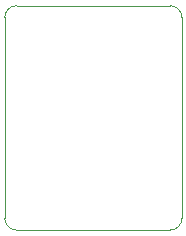
<source format=gbr>
G04 #@! TF.GenerationSoftware,KiCad,Pcbnew,5.99.0-unknown-c3175b4~86~ubuntu16.04.1*
G04 #@! TF.CreationDate,2020-03-16T03:04:43+00:00*
G04 #@! TF.ProjectId,kuiick,6b756969-636b-42e6-9b69-6361645f7063,rev?*
G04 #@! TF.SameCoordinates,Original*
G04 #@! TF.FileFunction,Profile,NP*
%FSLAX46Y46*%
G04 Gerber Fmt 4.6, Leading zero omitted, Abs format (unit mm)*
G04 Created by KiCad (PCBNEW 5.99.0-unknown-c3175b4~86~ubuntu16.04.1) date 2020-03-16 03:04:43*
%MOMM*%
%LPD*%
G04 APERTURE LIST*
%ADD10C,0.050000*%
G04 APERTURE END LIST*
D10*
X157500000Y-108500000D02*
G75*
G02X156500000Y-109500000I-1000000J0D01*
G01*
X143500000Y-109500000D02*
G75*
G02X142500000Y-108500000I0J1000000D01*
G01*
X142500000Y-91500000D02*
G75*
G02X143500000Y-90500000I1000000J0D01*
G01*
X156500000Y-90500000D02*
G75*
G02X157500000Y-91500000I0J-1000000D01*
G01*
X143500000Y-109500000D02*
X156500000Y-109500000D01*
X142500000Y-91500000D02*
X142500000Y-108500000D01*
X156500000Y-90500000D02*
X143500000Y-90500000D01*
X157500000Y-108500000D02*
X157500000Y-91500000D01*
M02*

</source>
